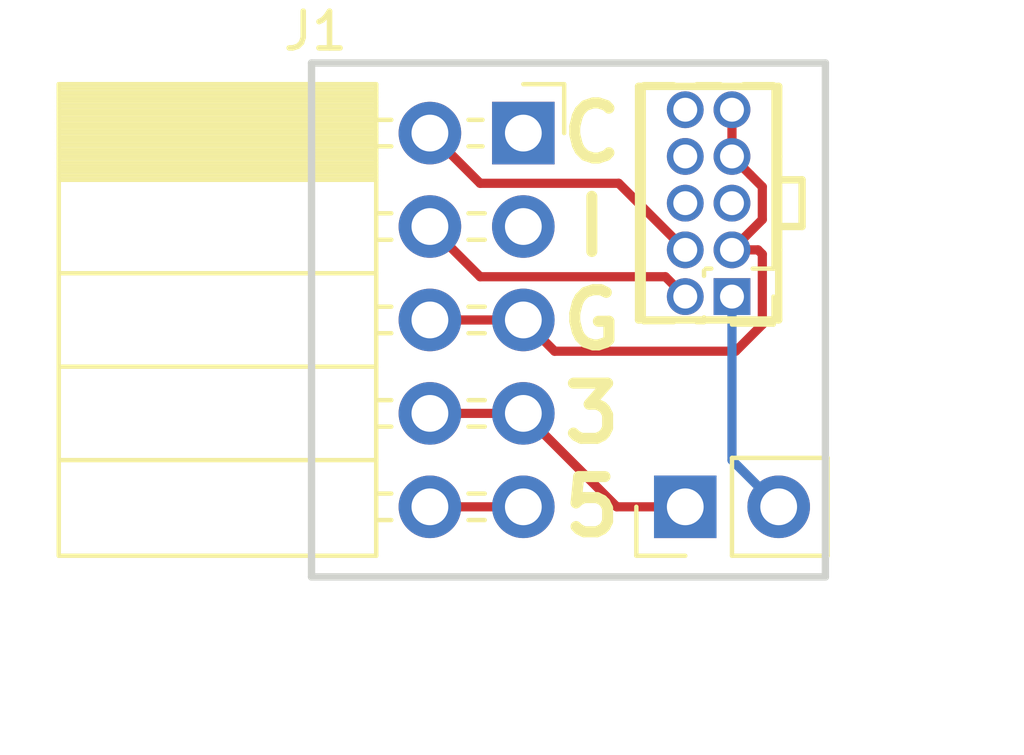
<source format=kicad_pcb>
(kicad_pcb (version 20171130) (host pcbnew 5.0.1)

  (general
    (thickness 1.6)
    (drawings 18)
    (tracks 24)
    (zones 0)
    (modules 3)
    (nets 13)
  )

  (page A4)
  (layers
    (0 F.Cu signal)
    (31 B.Cu signal)
    (32 B.Adhes user)
    (33 F.Adhes user)
    (34 B.Paste user)
    (35 F.Paste user)
    (36 B.SilkS user)
    (37 F.SilkS user)
    (38 B.Mask user)
    (39 F.Mask user)
    (40 Dwgs.User user)
    (41 Cmts.User user)
    (42 Eco1.User user)
    (43 Eco2.User user)
    (44 Edge.Cuts user)
    (45 Margin user)
    (46 B.CrtYd user)
    (47 F.CrtYd user)
    (48 B.Fab user)
    (49 F.Fab user)
  )

  (setup
    (last_trace_width 0.25)
    (trace_clearance 0.2)
    (zone_clearance 0.508)
    (zone_45_only no)
    (trace_min 0.2)
    (segment_width 0.2)
    (edge_width 0.15)
    (via_size 0.8)
    (via_drill 0.4)
    (via_min_size 0.4)
    (via_min_drill 0.3)
    (uvia_size 0.3)
    (uvia_drill 0.1)
    (uvias_allowed no)
    (uvia_min_size 0.2)
    (uvia_min_drill 0.1)
    (pcb_text_width 0.3)
    (pcb_text_size 1.5 1.5)
    (mod_edge_width 0.15)
    (mod_text_size 1 1)
    (mod_text_width 0.15)
    (pad_size 1.524 1.524)
    (pad_drill 0.762)
    (pad_to_mask_clearance 0.051)
    (solder_mask_min_width 0.25)
    (aux_axis_origin 0 0)
    (visible_elements FFFFFF7F)
    (pcbplotparams
      (layerselection 0x010fc_ffffffff)
      (usegerberextensions false)
      (usegerberattributes false)
      (usegerberadvancedattributes false)
      (creategerberjobfile false)
      (excludeedgelayer true)
      (linewidth 0.100000)
      (plotframeref false)
      (viasonmask false)
      (mode 1)
      (useauxorigin false)
      (hpglpennumber 1)
      (hpglpenspeed 20)
      (hpglpendiameter 15.000000)
      (psnegative false)
      (psa4output false)
      (plotreference true)
      (plotvalue true)
      (plotinvisibletext false)
      (padsonsilk false)
      (subtractmaskfromsilk false)
      (outputformat 1)
      (mirror false)
      (drillshape 0)
      (scaleselection 1)
      (outputdirectory ""))
  )

  (net 0 "")
  (net 1 TMS)
  (net 2 GND)
  (net 3 TCK)
  (net 4 3V3)
  (net 5 5V)
  (net 6 VDD)
  (net 7 SWIM_RESET)
  (net 8 SWIM)
  (net 9 "Net-(J2-Pad5)")
  (net 10 TDO)
  (net 11 TDI)
  (net 12 nRESET)

  (net_class Default "Dit is de standaard class."
    (clearance 0.2)
    (trace_width 0.25)
    (via_dia 0.8)
    (via_drill 0.4)
    (uvia_dia 0.3)
    (uvia_drill 0.1)
    (add_net 3V3)
    (add_net 5V)
    (add_net GND)
    (add_net "Net-(J2-Pad5)")
    (add_net SWIM)
    (add_net SWIM_RESET)
    (add_net TCK)
    (add_net TDI)
    (add_net TDO)
    (add_net TMS)
    (add_net VDD)
    (add_net nRESET)
  )

  (module Connector_PinSocket_2.54mm:PinSocket_2x05_P2.54mm_Horizontal (layer F.Cu) (tedit 5A19A422) (tstamp 5BF23DE3)
    (at 127.677984 74.93)
    (descr "Through hole angled socket strip, 2x05, 2.54mm pitch, 8.51mm socket length, double cols (from Kicad 4.0.7), script generated")
    (tags "Through hole angled socket strip THT 2x05 2.54mm double row")
    (path /5BF1B2DB)
    (fp_text reference J1 (at -5.65 -2.77) (layer F.SilkS)
      (effects (font (size 1 1) (thickness 0.15)))
    )
    (fp_text value Conn_02x05_Odd_Even (at -5.65 12.93) (layer F.Fab)
      (effects (font (size 1 1) (thickness 0.15)))
    )
    (fp_line (start -12.57 -1.27) (end -5.03 -1.27) (layer F.Fab) (width 0.1))
    (fp_line (start -5.03 -1.27) (end -4.06 -0.3) (layer F.Fab) (width 0.1))
    (fp_line (start -4.06 -0.3) (end -4.06 11.43) (layer F.Fab) (width 0.1))
    (fp_line (start -4.06 11.43) (end -12.57 11.43) (layer F.Fab) (width 0.1))
    (fp_line (start -12.57 11.43) (end -12.57 -1.27) (layer F.Fab) (width 0.1))
    (fp_line (start 0 -0.3) (end -4.06 -0.3) (layer F.Fab) (width 0.1))
    (fp_line (start -4.06 0.3) (end 0 0.3) (layer F.Fab) (width 0.1))
    (fp_line (start 0 0.3) (end 0 -0.3) (layer F.Fab) (width 0.1))
    (fp_line (start 0 2.24) (end -4.06 2.24) (layer F.Fab) (width 0.1))
    (fp_line (start -4.06 2.84) (end 0 2.84) (layer F.Fab) (width 0.1))
    (fp_line (start 0 2.84) (end 0 2.24) (layer F.Fab) (width 0.1))
    (fp_line (start 0 4.78) (end -4.06 4.78) (layer F.Fab) (width 0.1))
    (fp_line (start -4.06 5.38) (end 0 5.38) (layer F.Fab) (width 0.1))
    (fp_line (start 0 5.38) (end 0 4.78) (layer F.Fab) (width 0.1))
    (fp_line (start 0 7.32) (end -4.06 7.32) (layer F.Fab) (width 0.1))
    (fp_line (start -4.06 7.92) (end 0 7.92) (layer F.Fab) (width 0.1))
    (fp_line (start 0 7.92) (end 0 7.32) (layer F.Fab) (width 0.1))
    (fp_line (start 0 9.86) (end -4.06 9.86) (layer F.Fab) (width 0.1))
    (fp_line (start -4.06 10.46) (end 0 10.46) (layer F.Fab) (width 0.1))
    (fp_line (start 0 10.46) (end 0 9.86) (layer F.Fab) (width 0.1))
    (fp_line (start -12.63 -1.21) (end -4 -1.21) (layer F.SilkS) (width 0.12))
    (fp_line (start -12.63 -1.091905) (end -4 -1.091905) (layer F.SilkS) (width 0.12))
    (fp_line (start -12.63 -0.97381) (end -4 -0.97381) (layer F.SilkS) (width 0.12))
    (fp_line (start -12.63 -0.855715) (end -4 -0.855715) (layer F.SilkS) (width 0.12))
    (fp_line (start -12.63 -0.73762) (end -4 -0.73762) (layer F.SilkS) (width 0.12))
    (fp_line (start -12.63 -0.619525) (end -4 -0.619525) (layer F.SilkS) (width 0.12))
    (fp_line (start -12.63 -0.50143) (end -4 -0.50143) (layer F.SilkS) (width 0.12))
    (fp_line (start -12.63 -0.383335) (end -4 -0.383335) (layer F.SilkS) (width 0.12))
    (fp_line (start -12.63 -0.26524) (end -4 -0.26524) (layer F.SilkS) (width 0.12))
    (fp_line (start -12.63 -0.147145) (end -4 -0.147145) (layer F.SilkS) (width 0.12))
    (fp_line (start -12.63 -0.02905) (end -4 -0.02905) (layer F.SilkS) (width 0.12))
    (fp_line (start -12.63 0.089045) (end -4 0.089045) (layer F.SilkS) (width 0.12))
    (fp_line (start -12.63 0.20714) (end -4 0.20714) (layer F.SilkS) (width 0.12))
    (fp_line (start -12.63 0.325235) (end -4 0.325235) (layer F.SilkS) (width 0.12))
    (fp_line (start -12.63 0.44333) (end -4 0.44333) (layer F.SilkS) (width 0.12))
    (fp_line (start -12.63 0.561425) (end -4 0.561425) (layer F.SilkS) (width 0.12))
    (fp_line (start -12.63 0.67952) (end -4 0.67952) (layer F.SilkS) (width 0.12))
    (fp_line (start -12.63 0.797615) (end -4 0.797615) (layer F.SilkS) (width 0.12))
    (fp_line (start -12.63 0.91571) (end -4 0.91571) (layer F.SilkS) (width 0.12))
    (fp_line (start -12.63 1.033805) (end -4 1.033805) (layer F.SilkS) (width 0.12))
    (fp_line (start -12.63 1.1519) (end -4 1.1519) (layer F.SilkS) (width 0.12))
    (fp_line (start -4 -0.36) (end -3.59 -0.36) (layer F.SilkS) (width 0.12))
    (fp_line (start -1.49 -0.36) (end -1.11 -0.36) (layer F.SilkS) (width 0.12))
    (fp_line (start -4 0.36) (end -3.59 0.36) (layer F.SilkS) (width 0.12))
    (fp_line (start -1.49 0.36) (end -1.11 0.36) (layer F.SilkS) (width 0.12))
    (fp_line (start -4 2.18) (end -3.59 2.18) (layer F.SilkS) (width 0.12))
    (fp_line (start -1.49 2.18) (end -1.05 2.18) (layer F.SilkS) (width 0.12))
    (fp_line (start -4 2.9) (end -3.59 2.9) (layer F.SilkS) (width 0.12))
    (fp_line (start -1.49 2.9) (end -1.05 2.9) (layer F.SilkS) (width 0.12))
    (fp_line (start -4 4.72) (end -3.59 4.72) (layer F.SilkS) (width 0.12))
    (fp_line (start -1.49 4.72) (end -1.05 4.72) (layer F.SilkS) (width 0.12))
    (fp_line (start -4 5.44) (end -3.59 5.44) (layer F.SilkS) (width 0.12))
    (fp_line (start -1.49 5.44) (end -1.05 5.44) (layer F.SilkS) (width 0.12))
    (fp_line (start -4 7.26) (end -3.59 7.26) (layer F.SilkS) (width 0.12))
    (fp_line (start -1.49 7.26) (end -1.05 7.26) (layer F.SilkS) (width 0.12))
    (fp_line (start -4 7.98) (end -3.59 7.98) (layer F.SilkS) (width 0.12))
    (fp_line (start -1.49 7.98) (end -1.05 7.98) (layer F.SilkS) (width 0.12))
    (fp_line (start -4 9.8) (end -3.59 9.8) (layer F.SilkS) (width 0.12))
    (fp_line (start -1.49 9.8) (end -1.05 9.8) (layer F.SilkS) (width 0.12))
    (fp_line (start -4 10.52) (end -3.59 10.52) (layer F.SilkS) (width 0.12))
    (fp_line (start -1.49 10.52) (end -1.05 10.52) (layer F.SilkS) (width 0.12))
    (fp_line (start -12.63 1.27) (end -4 1.27) (layer F.SilkS) (width 0.12))
    (fp_line (start -12.63 3.81) (end -4 3.81) (layer F.SilkS) (width 0.12))
    (fp_line (start -12.63 6.35) (end -4 6.35) (layer F.SilkS) (width 0.12))
    (fp_line (start -12.63 8.89) (end -4 8.89) (layer F.SilkS) (width 0.12))
    (fp_line (start -12.63 -1.33) (end -4 -1.33) (layer F.SilkS) (width 0.12))
    (fp_line (start -4 -1.33) (end -4 11.49) (layer F.SilkS) (width 0.12))
    (fp_line (start -12.63 11.49) (end -4 11.49) (layer F.SilkS) (width 0.12))
    (fp_line (start -12.63 -1.33) (end -12.63 11.49) (layer F.SilkS) (width 0.12))
    (fp_line (start 1.11 -1.33) (end 1.11 0) (layer F.SilkS) (width 0.12))
    (fp_line (start 0 -1.33) (end 1.11 -1.33) (layer F.SilkS) (width 0.12))
    (fp_line (start 1.8 -1.75) (end -13.05 -1.75) (layer F.CrtYd) (width 0.05))
    (fp_line (start -13.05 -1.75) (end -13.05 11.95) (layer F.CrtYd) (width 0.05))
    (fp_line (start -13.05 11.95) (end 1.8 11.95) (layer F.CrtYd) (width 0.05))
    (fp_line (start 1.8 11.95) (end 1.8 -1.75) (layer F.CrtYd) (width 0.05))
    (fp_text user %R (at -8.315 5.08 90) (layer F.Fab)
      (effects (font (size 1 1) (thickness 0.15)))
    )
    (pad 1 thru_hole rect (at 0 0) (size 1.7 1.7) (drill 1) (layers *.Cu *.Mask)
      (net 7 SWIM_RESET))
    (pad 2 thru_hole oval (at -2.54 0) (size 1.7 1.7) (drill 1) (layers *.Cu *.Mask)
      (net 3 TCK))
    (pad 3 thru_hole oval (at 0 2.54) (size 1.7 1.7) (drill 1) (layers *.Cu *.Mask)
      (net 8 SWIM))
    (pad 4 thru_hole oval (at -2.54 2.54) (size 1.7 1.7) (drill 1) (layers *.Cu *.Mask)
      (net 1 TMS))
    (pad 5 thru_hole oval (at 0 5.08) (size 1.7 1.7) (drill 1) (layers *.Cu *.Mask)
      (net 2 GND))
    (pad 6 thru_hole oval (at -2.54 5.08) (size 1.7 1.7) (drill 1) (layers *.Cu *.Mask)
      (net 2 GND))
    (pad 7 thru_hole oval (at 0 7.62) (size 1.7 1.7) (drill 1) (layers *.Cu *.Mask)
      (net 4 3V3))
    (pad 8 thru_hole oval (at -2.54 7.62) (size 1.7 1.7) (drill 1) (layers *.Cu *.Mask)
      (net 4 3V3))
    (pad 9 thru_hole oval (at 0 10.16) (size 1.7 1.7) (drill 1) (layers *.Cu *.Mask)
      (net 5 5V))
    (pad 10 thru_hole oval (at -2.54 10.16) (size 1.7 1.7) (drill 1) (layers *.Cu *.Mask)
      (net 5 5V))
    (model ${KISYS3DMOD}/Connector_PinSocket_2.54mm.3dshapes/PinSocket_2x05_P2.54mm_Horizontal.wrl
      (at (xyz 0 0 0))
      (scale (xyz 1 1 1))
      (rotate (xyz 0 0 0))
    )
  )

  (module Connector_PinHeader_1.27mm:PinHeader_2x05_P1.27mm_Vertical (layer F.Cu) (tedit 5C266FDB) (tstamp 5BF23E08)
    (at 133.35 79.375 180)
    (descr "Through hole straight pin header, 2x05, 1.27mm pitch, double rows")
    (tags "Through hole pin header THT 2x05 1.27mm double row")
    (path /5BF1B453)
    (fp_text reference J2 (at 0.635 -1.695 180) (layer F.SilkS) hide
      (effects (font (size 1 1) (thickness 0.15)))
    )
    (fp_text value Conn_02x05_Odd_Even (at 0.635 6.775 180) (layer F.Fab)
      (effects (font (size 1 1) (thickness 0.15)))
    )
    (fp_line (start -0.2175 -0.635) (end 2.34 -0.635) (layer F.Fab) (width 0.1))
    (fp_line (start 2.34 -0.635) (end 2.34 5.715) (layer F.Fab) (width 0.1))
    (fp_line (start 2.34 5.715) (end -1.07 5.715) (layer F.Fab) (width 0.1))
    (fp_line (start -1.07 5.715) (end -1.07 0.2175) (layer F.Fab) (width 0.1))
    (fp_line (start -1.07 0.2175) (end -0.2175 -0.635) (layer F.Fab) (width 0.1))
    (fp_line (start -1.13 5.775) (end -0.30753 5.775) (layer F.SilkS) (width 0.12))
    (fp_line (start 1.57753 5.775) (end 2.4 5.775) (layer F.SilkS) (width 0.12))
    (fp_line (start 0.30753 5.775) (end 0.96247 5.775) (layer F.SilkS) (width 0.12))
    (fp_line (start -1.13 0.76) (end -1.13 5.775) (layer F.SilkS) (width 0.12))
    (fp_line (start 2.4 -0.695) (end 2.4 5.775) (layer F.SilkS) (width 0.12))
    (fp_line (start -1.13 0.76) (end -0.563471 0.76) (layer F.SilkS) (width 0.12))
    (fp_line (start 0.563471 0.76) (end 0.706529 0.76) (layer F.SilkS) (width 0.12))
    (fp_line (start 0.76 0.706529) (end 0.76 0.563471) (layer F.SilkS) (width 0.12))
    (fp_line (start 0.76 -0.563471) (end 0.76 -0.695) (layer F.SilkS) (width 0.12))
    (fp_line (start 0.76 -0.695) (end 0.96247 -0.695) (layer F.SilkS) (width 0.12))
    (fp_line (start 1.57753 -0.695) (end 2.4 -0.695) (layer F.SilkS) (width 0.12))
    (fp_line (start -1.13 0) (end -1.13 -0.76) (layer F.SilkS) (width 0.12))
    (fp_line (start -1.13 -0.76) (end 0 -0.76) (layer F.SilkS) (width 0.12))
    (fp_line (start -1.6 -1.15) (end -1.6 6.25) (layer F.CrtYd) (width 0.05))
    (fp_line (start -1.6 6.25) (end 2.85 6.25) (layer F.CrtYd) (width 0.05))
    (fp_line (start 2.85 6.25) (end 2.85 -1.15) (layer F.CrtYd) (width 0.05))
    (fp_line (start 2.85 -1.15) (end -1.6 -1.15) (layer F.CrtYd) (width 0.05))
    (fp_text user %R (at 0.635 2.54 270) (layer F.Fab)
      (effects (font (size 1 1) (thickness 0.15)))
    )
    (pad 1 thru_hole rect (at 0 0 180) (size 1 1) (drill 0.65) (layers *.Cu *.Mask)
      (net 6 VDD))
    (pad 2 thru_hole oval (at 1.27 0 180) (size 1 1) (drill 0.65) (layers *.Cu *.Mask)
      (net 1 TMS))
    (pad 3 thru_hole oval (at 0 1.27 180) (size 1 1) (drill 0.65) (layers *.Cu *.Mask)
      (net 2 GND))
    (pad 4 thru_hole oval (at 1.27 1.27 180) (size 1 1) (drill 0.65) (layers *.Cu *.Mask)
      (net 3 TCK))
    (pad 5 thru_hole oval (at 0 2.54 180) (size 1 1) (drill 0.65) (layers *.Cu *.Mask)
      (net 9 "Net-(J2-Pad5)"))
    (pad 6 thru_hole oval (at 1.27 2.54 180) (size 1 1) (drill 0.65) (layers *.Cu *.Mask)
      (net 10 TDO))
    (pad 7 thru_hole oval (at 0 3.81 180) (size 1 1) (drill 0.65) (layers *.Cu *.Mask)
      (net 2 GND))
    (pad 8 thru_hole oval (at 1.27 3.81 180) (size 1 1) (drill 0.65) (layers *.Cu *.Mask)
      (net 11 TDI))
    (pad 9 thru_hole oval (at 0 5.08 180) (size 1 1) (drill 0.65) (layers *.Cu *.Mask)
      (net 2 GND))
    (pad 10 thru_hole oval (at 1.27 5.08 180) (size 1 1) (drill 0.65) (layers *.Cu *.Mask)
      (net 12 nRESET))
    (model ${KISYS3DMOD}/Connector_PinHeader_1.27mm.3dshapes/PinHeader_2x05_P1.27mm_Vertical.wrl
      (at (xyz 0 0 0))
      (scale (xyz 1 1 1))
      (rotate (xyz 0 0 0))
    )
  )

  (module Connector_PinHeader_2.54mm:PinHeader_1x02_P2.54mm_Vertical (layer F.Cu) (tedit 5C267014) (tstamp 5BF23E1E)
    (at 132.08 85.09 90)
    (descr "Through hole straight pin header, 1x02, 2.54mm pitch, single row")
    (tags "Through hole pin header THT 1x02 2.54mm single row")
    (path /5BF1B3E1)
    (fp_text reference J3 (at 2.54 1.27 180) (layer F.SilkS) hide
      (effects (font (size 1 1) (thickness 0.15)))
    )
    (fp_text value Conn_01x02_Male (at 0 4.87 90) (layer F.Fab)
      (effects (font (size 1 1) (thickness 0.15)))
    )
    (fp_line (start -0.635 -1.27) (end 1.27 -1.27) (layer F.Fab) (width 0.1))
    (fp_line (start 1.27 -1.27) (end 1.27 3.81) (layer F.Fab) (width 0.1))
    (fp_line (start 1.27 3.81) (end -1.27 3.81) (layer F.Fab) (width 0.1))
    (fp_line (start -1.27 3.81) (end -1.27 -0.635) (layer F.Fab) (width 0.1))
    (fp_line (start -1.27 -0.635) (end -0.635 -1.27) (layer F.Fab) (width 0.1))
    (fp_line (start -1.33 3.87) (end 1.33 3.87) (layer F.SilkS) (width 0.12))
    (fp_line (start -1.33 1.27) (end -1.33 3.87) (layer F.SilkS) (width 0.12))
    (fp_line (start 1.33 1.27) (end 1.33 3.87) (layer F.SilkS) (width 0.12))
    (fp_line (start -1.33 1.27) (end 1.33 1.27) (layer F.SilkS) (width 0.12))
    (fp_line (start -1.33 0) (end -1.33 -1.33) (layer F.SilkS) (width 0.12))
    (fp_line (start -1.33 -1.33) (end 0 -1.33) (layer F.SilkS) (width 0.12))
    (fp_line (start -1.8 -1.8) (end -1.8 4.35) (layer F.CrtYd) (width 0.05))
    (fp_line (start -1.8 4.35) (end 1.8 4.35) (layer F.CrtYd) (width 0.05))
    (fp_line (start 1.8 4.35) (end 1.8 -1.8) (layer F.CrtYd) (width 0.05))
    (fp_line (start 1.8 -1.8) (end -1.8 -1.8) (layer F.CrtYd) (width 0.05))
    (fp_text user %R (at 0 1.27 180) (layer F.Fab)
      (effects (font (size 1 1) (thickness 0.15)))
    )
    (pad 1 thru_hole rect (at 0 0 90) (size 1.7 1.7) (drill 1) (layers *.Cu *.Mask)
      (net 4 3V3))
    (pad 2 thru_hole oval (at 0 2.54 90) (size 1.7 1.7) (drill 1) (layers *.Cu *.Mask)
      (net 6 VDD))
    (model ${KISYS3DMOD}/Connector_PinHeader_2.54mm.3dshapes/PinHeader_1x02_P2.54mm_Vertical.wrl
      (at (xyz 0 0 0))
      (scale (xyz 1 1 1))
      (rotate (xyz 0 0 0))
    )
  )

  (gr_line (start 134.62 80.01) (end 134.62 78.105) (layer F.SilkS) (width 0.2))
  (gr_line (start 130.81 80.01) (end 134.62 80.01) (layer F.SilkS) (width 0.2))
  (gr_line (start 130.81 73.66) (end 130.81 80.01) (layer F.SilkS) (width 0.2))
  (gr_line (start 134.62 73.66) (end 130.81 73.66) (layer F.SilkS) (width 0.2))
  (gr_line (start 134.62 75.565) (end 134.62 73.66) (layer F.SilkS) (width 0.2))
  (gr_line (start 134.62 78.105) (end 134.62 75.565) (layer F.SilkS) (width 0.2))
  (gr_line (start 135.255 77.47) (end 134.62 77.47) (layer F.SilkS) (width 0.2))
  (gr_line (start 135.255 76.2) (end 135.255 77.47) (layer F.SilkS) (width 0.2))
  (gr_line (start 134.62 76.2) (end 135.255 76.2) (layer F.SilkS) (width 0.2))
  (gr_text 5 (at 129.54 85.09) (layer F.SilkS)
    (effects (font (size 1.5 1.5) (thickness 0.3)))
  )
  (gr_text 3 (at 129.54 82.55) (layer F.SilkS)
    (effects (font (size 1.5 1.5) (thickness 0.3)))
  )
  (gr_text G (at 129.54 80.01) (layer F.SilkS)
    (effects (font (size 1.5 1.5) (thickness 0.3)))
  )
  (gr_text I (at 129.54 77.47) (layer F.SilkS)
    (effects (font (size 1.5 1.5) (thickness 0.3)))
  )
  (gr_text C (at 129.54 74.93) (layer F.SilkS)
    (effects (font (size 1.5 1.5) (thickness 0.3)))
  )
  (gr_line (start 135.89 73.025) (end 121.92 73.025) (layer Edge.Cuts) (width 0.2))
  (gr_line (start 135.89 86.995) (end 135.89 73.025) (layer Edge.Cuts) (width 0.2))
  (gr_line (start 121.92 86.995) (end 135.89 86.995) (layer Edge.Cuts) (width 0.2))
  (gr_line (start 121.92 73.025) (end 121.92 86.995) (layer Edge.Cuts) (width 0.2))

  (segment (start 125.137984 77.47) (end 126.502983 78.834999) (width 0.25) (layer F.Cu) (net 1))
  (segment (start 131.539999 78.834999) (end 132.08 79.375) (width 0.25) (layer F.Cu) (net 1))
  (segment (start 126.502983 78.834999) (end 131.539999 78.834999) (width 0.25) (layer F.Cu) (net 1))
  (segment (start 125.137984 80.01) (end 127.677984 80.01) (width 0.25) (layer F.Cu) (net 2))
  (segment (start 127.677984 80.01) (end 128.527983 80.859999) (width 0.25) (layer F.Cu) (net 2))
  (segment (start 134.057106 78.105) (end 133.35 78.105) (width 0.25) (layer F.Cu) (net 2))
  (segment (start 134.175001 78.222895) (end 134.057106 78.105) (width 0.25) (layer F.Cu) (net 2))
  (segment (start 134.175001 80.135001) (end 134.175001 78.222895) (width 0.25) (layer F.Cu) (net 2))
  (segment (start 133.450003 80.859999) (end 134.175001 80.135001) (width 0.25) (layer F.Cu) (net 2))
  (segment (start 128.527983 80.859999) (end 133.450003 80.859999) (width 0.25) (layer F.Cu) (net 2))
  (segment (start 133.849999 76.064999) (end 133.35 75.565) (width 0.25) (layer F.Cu) (net 2))
  (segment (start 134.175001 76.390001) (end 133.849999 76.064999) (width 0.25) (layer F.Cu) (net 2))
  (segment (start 134.175001 77.279999) (end 134.175001 76.390001) (width 0.25) (layer F.Cu) (net 2))
  (segment (start 133.35 78.105) (end 134.175001 77.279999) (width 0.25) (layer F.Cu) (net 2))
  (segment (start 133.35 75.565) (end 133.35 74.295) (width 0.25) (layer F.Cu) (net 2))
  (segment (start 125.137984 74.93) (end 126.502983 76.294999) (width 0.25) (layer F.Cu) (net 3))
  (segment (start 130.269999 76.294999) (end 132.08 78.105) (width 0.25) (layer F.Cu) (net 3))
  (segment (start 126.502983 76.294999) (end 130.269999 76.294999) (width 0.25) (layer F.Cu) (net 3))
  (segment (start 125.137984 82.55) (end 127.677984 82.55) (width 0.25) (layer F.Cu) (net 4))
  (segment (start 130.217984 85.09) (end 132.08 85.09) (width 0.25) (layer F.Cu) (net 4))
  (segment (start 127.677984 82.55) (end 130.217984 85.09) (width 0.25) (layer F.Cu) (net 4))
  (segment (start 125.137984 85.09) (end 127.677984 85.09) (width 0.25) (layer F.Cu) (net 5))
  (segment (start 133.35 83.82) (end 134.62 85.09) (width 0.25) (layer B.Cu) (net 6))
  (segment (start 133.35 79.375) (end 133.35 83.82) (width 0.25) (layer B.Cu) (net 6))

)

</source>
